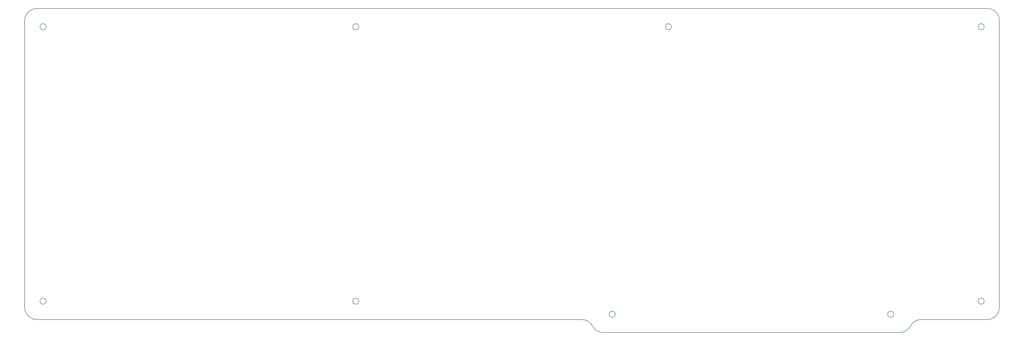
<source format=gbr>
G04 #@! TF.GenerationSoftware,KiCad,Pcbnew,(5.1.5)-3*
G04 #@! TF.CreationDate,2021-02-02T21:28:00-08:00*
G04 #@! TF.ProjectId,chocolatebarplate,63686f63-6f6c-4617-9465-626172706c61,rev?*
G04 #@! TF.SameCoordinates,Original*
G04 #@! TF.FileFunction,Profile,NP*
%FSLAX46Y46*%
G04 Gerber Fmt 4.6, Leading zero omitted, Abs format (unit mm)*
G04 Created by KiCad (PCBNEW (5.1.5)-3) date 2021-02-02 21:28:00*
%MOMM*%
%LPD*%
G04 APERTURE LIST*
%ADD10C,0.200000*%
G04 APERTURE END LIST*
D10*
X-16301374Y-147976106D02*
G75*
G02X-20301374Y-143976106I0J4000000D01*
G01*
X264098626Y-146276106D02*
G75*
G03X264098626Y-146276106I-1000000J0D01*
G01*
X191365292Y-51976106D02*
G75*
G03X191365292Y-51976106I-1000000J0D01*
G01*
X298698626Y-49976106D02*
X298698626Y-143976105D01*
X161998627Y-147976106D02*
G75*
G02X165545103Y-150126106I-1J-3999999D01*
G01*
X-13301373Y-51976106D02*
G75*
G03X-13301373Y-51976106I-1000000J0D01*
G01*
X294698626Y-147976105D02*
X273098626Y-147976105D01*
X-20301374Y-143976106D02*
X-20301373Y-49976106D01*
X293698626Y-51976107D02*
G75*
G03X293698626Y-51976107I-1000000J0D01*
G01*
X89031959Y-51976106D02*
G75*
G03X89031959Y-51976106I-1000000J0D01*
G01*
X89031959Y-141976106D02*
G75*
G03X89031959Y-141976106I-1000000J0D01*
G01*
X-13301373Y-141976106D02*
G75*
G03X-13301373Y-141976106I-1000000J0D01*
G01*
X-16301373Y-45976106D02*
X294698626Y-45976107D01*
X266005671Y-152276106D02*
X169091580Y-152276106D01*
X269552149Y-150126105D02*
G75*
G02X273098626Y-147976105I3546477J-1850000D01*
G01*
X172998626Y-146276106D02*
G75*
G03X172998626Y-146276106I-1000000J0D01*
G01*
X-20301374Y-49976105D02*
G75*
G02X-16301373Y-45976106I4000000J-1D01*
G01*
X294698626Y-45976106D02*
G75*
G02X298698626Y-49976106I0J-4000000D01*
G01*
X298698625Y-143976106D02*
G75*
G02X294698626Y-147976105I-3999999J0D01*
G01*
X161998626Y-147976105D02*
X-16301374Y-147976105D01*
X269552149Y-150126105D02*
G75*
G02X266005671Y-152276106I-3546478J1850000D01*
G01*
X169091581Y-152276105D02*
G75*
G02X165545103Y-150126106I-1J4000000D01*
G01*
X293698626Y-141976106D02*
G75*
G03X293698626Y-141976106I-1000000J0D01*
G01*
M02*

</source>
